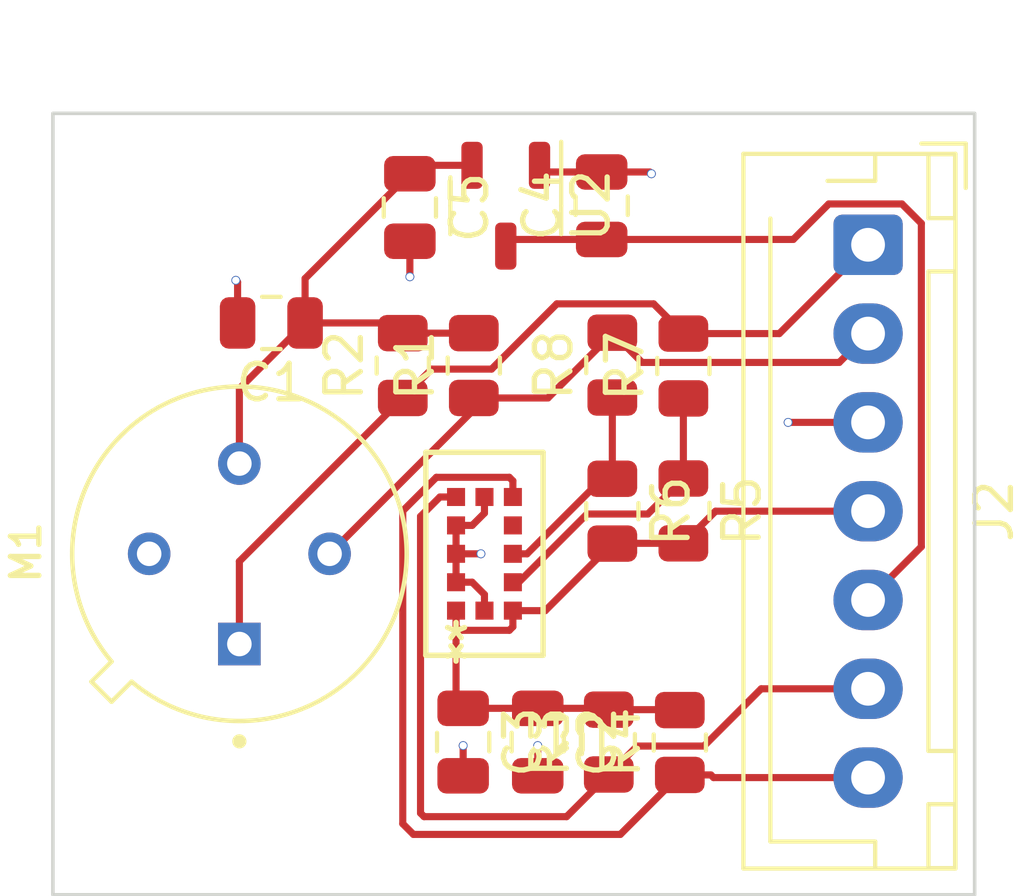
<source format=kicad_pcb>
(kicad_pcb (version 20221018) (generator pcbnew)
  (title_block (title "PCB_Ewine_Capteurs") (date "2023-04-21") (company "Ewie"))
  (layers (0 "F.Cu" signal) (31 "B.Cu" signal) (34 "B.Paste" user) (35 "F.Paste" user) (36 "B.SilkS" user "B.Silkscreen") (37 "F.SilkS" user "F.Silkscreen") (38 "B.Mask" user) (39 "F.Mask" user) (44 "Edge.Cuts" user))
  (net 0 "")
  (net 1 "/SCL")
  (net 2 "/SDA")
  (net 3 "/3.6V")
  (net 4 "/GND")
  (net 5 "/3.3V")
  (net 6 "/GND_VL")
  (net 7 "/XSHUT")
  (net 8 "/GPIO_IRQ")
  (net 10 "/SDA_VL")
  (net 11 "/SCL_VL")
  (net 12 "/5V")
  (footprint "Capacitor_SMD:C_0805_2012Metric" (layer "F.Cu") (at 141.3 51.7 -90)
    (fp_text reference "C3" (at 0 -1.68 90) (layer "F.SilkS"))
    (fp_text value "100nF")
    (fp_line (start -0.261252 -0.735) (end 0.261252 -0.735) (stroke (width 0.12)) (layer "F.SilkS"))
    (fp_line (start -0.261252 0.735) (end 0.261252 0.735) (stroke (width 0.12)) (layer "F.SilkS"))
    (pad "1" smd roundrect (at -0.95 0 270) (size 1 1.45) (layers "F.Cu" "F.Paste" "F.Mask") (net 5 "/3.3V"))
    (pad "2" smd roundrect (at 0.95 0 270) (size 1 1.45) (layers "F.Cu" "F.Paste" "F.Mask") (net 6 "/GND_VL"))
  )
  (footprint "Resistor_SMD:R_0805_2012Metric" (layer "F.Cu") (at 139.6 41.1 90)
    (fp_text reference "R2" (at 0 -1.65 90) (layer "F.SilkS"))
    (fp_text value "4.7K")
    (fp_line (start -0.227064 -0.735) (end 0.227064 -0.735) (stroke (width 0.12)) (layer "F.SilkS"))
    (fp_line (start -0.227064 0.735) (end 0.227064 0.735) (stroke (width 0.12)) (layer "F.SilkS"))
    (pad "1" smd roundrect (at -0.9125 0 90) (size 1.025 1.4) (layers "F.Cu" "F.Paste" "F.Mask") (roundrect_rratio 0.243902) (net 1 "/SCL"))
    (pad "2" smd roundrect (at 0.9125 0 90) (size 1.025 1.4) (layers "F.Cu" "F.Paste" "F.Mask") (roundrect_rratio 0.243902) (net 3 "/3.6V"))
  )
  (footprint "Connector_JST:JST_XH_B7B-XH-AM_1x07_P2.50mm_Vertical" (layer "F.Cu") (at 152.7 37.7 -90)
    (fp_text reference "J2" (at 7.5 -3.55 90) (layer "F.SilkS"))
    (fp_text value "Conn_2Rows-07Pins")
    (fp_line (start -2.85 -2.75) (end -2.85 -1.5) (stroke (width 0.12)) (layer "F.SilkS"))
    (fp_line (start -2.56 -2.46) (end -2.56 3.51) (stroke (width 0.12)) (layer "F.SilkS"))
    (fp_line (start -2.56 3.51) (end 17.56 3.51) (stroke (width 0.12)) (layer "F.SilkS"))
    (fp_line (start -2.55 -2.45) (end -2.55 -1.7) (stroke (width 0.12)) (layer "F.SilkS"))
    (fp_line (start -2.55 -1.7) (end -0.75 -1.7) (stroke (width 0.12)) (layer "F.SilkS"))
    (fp_line (start -2.55 -0.2) (end -1.8 -0.2) (stroke (width 0.12)) (layer "F.SilkS"))
    (fp_line (start -1.8 -0.2) (end -1.8 1.14) (stroke (width 0.12)) (layer "F.SilkS"))
    (fp_line (start -1.6 -2.75) (end -2.85 -2.75) (stroke (width 0.12)) (layer "F.SilkS"))
    (fp_line (start -0.75 -2.45) (end -2.55 -2.45) (stroke (width 0.12)) (layer "F.SilkS"))
    (fp_line (start -0.75 -1.7) (end -0.75 -2.45) (stroke (width 0.12)) (layer "F.SilkS"))
    (fp_line (start 0.75 -2.45) (end 0.75 -1.7) (stroke (width 0.12)) (layer "F.SilkS"))
    (fp_line (start 0.75 -1.7) (end 14.25 -1.7) (stroke (width 0.12)) (layer "F.SilkS"))
    (fp_line (start 7.5 2.75) (end -0.74 2.75) (stroke (width 0.12)) (layer "F.SilkS"))
    (fp_line (start 14.25 -2.45) (end 0.75 -2.45) (stroke (width 0.12)) (layer "F.SilkS"))
    (fp_line (start 14.25 -1.7) (end 14.25 -2.45) (stroke (width 0.12)) (layer "F.SilkS"))
    (fp_line (start 15.75 -2.45) (end 15.75 -1.7) (stroke (width 0.12)) (layer "F.SilkS"))
    (fp_line (start 15.75 -1.7) (end 17.55 -1.7) (stroke (width 0.12)) (layer "F.SilkS"))
    (fp_line (start 16.8 -0.2) (end 16.8 2.75) (stroke (width 0.12)) (layer "F.SilkS"))
    (fp_line (start 16.8 2.75) (end 7.5 2.75) (stroke (width 0.12)) (layer "F.SilkS"))
    (fp_line (start 17.55 -2.45) (end 15.75 -2.45) (stroke (width 0.12)) (layer "F.SilkS"))
    (fp_line (start 17.55 -1.7) (end 17.55 -2.45) (stroke (width 0.12)) (layer "F.SilkS"))
    (fp_line (start 17.55 -0.2) (end 16.8 -0.2) (stroke (width 0.12)) (layer "F.SilkS"))
    (fp_line (start 17.56 -2.46) (end -2.56 -2.46) (stroke (width 0.12)) (layer "F.SilkS"))
    (fp_line (start 17.56 3.51) (end 17.56 -2.46) (stroke (width 0.12)) (layer "F.SilkS"))
    (pad "" np_thru_hole circle (at -1.6 2 270) (size 1.2 1.2) (drill 1.2) (layers "*.Cu" "*.Mask"))
    (pad "1" thru_hole roundrect (at 0 0 270) (size 1.7 1.95) (drill 0.95) (layers "*.Cu" "*.Mask") (roundrect_rratio 0.147059) (net 1 "/SCL"))
    (pad "2" thru_hole oval (at 2.5 0 270) (size 1.7 1.95) (drill 0.95) (layers "*.Cu" "*.Mask") (net 2 "/SDA"))
    (pad "3" thru_hole oval (at 5 0 270) (size 1.7 1.95) (drill 0.95) (layers "*.Cu" "*.Mask") (net 4 "/GND"))
    (pad "4" thru_hole oval (at 7.5 0 270) (size 1.7 1.95) (drill 0.95) (layers "*.Cu" "*.Mask") (net 5 "/3.3V"))
    (pad "5" thru_hole oval (at 10 0 270) (size 1.7 1.95) (drill 0.95) (layers "*.Cu" "*.Mask") (net 12 "/5V"))
    (pad "6" thru_hole oval (at 12.5 0 270) (size 1.7 1.95) (drill 0.95) (layers "*.Cu" "*.Mask") (net 7 "/XSHUT"))
    (pad "7" thru_hole oval (at 15 0 270) (size 1.7 1.95) (drill 0.95) (layers "*.Cu" "*.Mask") (net 8 "/GPIO_IRQ"))
  )
  (footprint "Resistor_SMD:R_0805_2012Metric" (layer "F.Cu") (at 145.5 41.0875 90)
    (fp_text reference "R8" (at 0 -1.65 90) (layer "F.SilkS"))
    (fp_text value "4.7K")
    (fp_line (start -0.227064 -0.735) (end 0.227064 -0.735) (stroke (width 0.12)) (layer "F.SilkS"))
    (fp_line (start -0.227064 0.735) (end 0.227064 0.735) (stroke (width 0.12)) (layer "F.SilkS"))
    (pad "1" smd roundrect (at -0.9125 0 90) (size 1.025 1.4) (layers "F.Cu" "F.Paste" "F.Mask") (roundrect_rratio 0.243902) (net 10 "/SDA_VL"))
    (pad "2" smd roundrect (at 0.9125 0 90) (size 1.025 1.4) (layers "F.Cu" "F.Paste" "F.Mask") (roundrect_rratio 0.243902) (net 2 "/SDA"))
  )
  (footprint "Capacitor_SMD:C_0805_2012Metric" (layer "F.Cu") (at 145.2 36.6 90)
    (fp_text reference "C4" (at 0 -1.68 90) (layer "F.SilkS"))
    (fp_text value "10µF")
    (fp_line (start -0.261252 -0.735) (end 0.261252 -0.735) (stroke (width 0.12)) (layer "F.SilkS"))
    (fp_line (start -0.261252 0.735) (end 0.261252 0.735) (stroke (width 0.12)) (layer "F.SilkS"))
    (pad "1" smd roundrect (at -0.95 0 90) (size 1 1.45) (layers "F.Cu" "F.Paste" "F.Mask") (net 12 "/5V"))
    (pad "2" smd roundrect (at 0.95 0 90) (size 1 1.45) (layers "F.Cu" "F.Paste" "F.Mask") (net 4 "/GND"))
  )
  (footprint "Resistor_SMD:R_0805_2012Metric" (layer "F.Cu") (at 147.5 45.192027 -90)
    (fp_text reference "R5" (at 0 -1.65 90) (layer "F.SilkS"))
    (fp_text value "4.7K")
    (fp_line (start -0.227064 -0.735) (end 0.227064 -0.735) (stroke (width 0.12)) (layer "F.SilkS"))
    (fp_line (start -0.227064 0.735) (end 0.227064 0.735) (stroke (width 0.12)) (layer "F.SilkS"))
    (pad "1" smd roundrect (at -0.9125 0 270) (size 1.025 1.4) (layers "F.Cu" "F.Paste" "F.Mask") (roundrect_rratio 0.243902) (net 11 "/SCL_VL"))
    (pad "2" smd roundrect (at 0.9125 0 270) (size 1.025 1.4) (layers "F.Cu" "F.Paste" "F.Mask") (roundrect_rratio 0.243902) (net 5 "/3.3V"))
  )
  (footprint "Library:TO254P942H425-4" (layer "F.Cu") (at 135 46.4 90)
    (fp_text reference "M1" (at 0.04 -6.008 90) (layer "F.SilkS") (effects (font (size 0.8 0.8))))
    (fp_text value "MLX90614ESF-AAA-000-TU")
    (fp_line (start -4.16486 -3.59917) (end -3.59917 -3.03349) (stroke (width 0.127)) (layer "F.SilkS"))
    (fp_line (start -3.59917 -4.16486) (end -4.16486 -3.59917) (stroke (width 0.127)) (layer "F.SilkS"))
    (fp_line (start -3.03349 -3.59917) (end -3.59917 -4.16486) (stroke (width 0.127)) (layer "F.SilkS"))
    (fp_arc (start -3.33047 3.33047) (mid -4.703039 0.20077) (end -3.599169 -3.03349) (stroke (width 0.127)) (layer "F.SilkS"))
    (fp_arc (start -3.03349 -3.59917) (mid 0.200776 -4.703171) (end 3.33047 -3.330471) (stroke (width 0.127)) (layer "F.SilkS"))
    (fp_arc (start 3.33047 -3.33047) (mid 4.709996 0) (end 3.33047 3.33047) (stroke (width 0.127)) (layer "F.SilkS"))
    (fp_arc (start 3.33047 3.33047) (mid 0 4.709996) (end -3.33047 3.33047) (stroke (width 0.127)) (layer "F.SilkS"))
    (fp_circle (center -5.28 0) (end -5.18 0) (stroke (width 0.2)) (fill none) (layer "F.SilkS"))
    (pad "1" thru_hole rect (at -2.54 0 90) (size 1.198 1.198) (drill 0.69) (layers "*.Cu" "*.Mask") (net 1 "/SCL"))
    (pad "2" thru_hole circle (at 0 2.54 90) (size 1.198 1.198) (drill 0.69) (layers "*.Cu" "*.Mask") (net 2 "/SDA"))
    (pad "3" thru_hole circle (at 2.54 0 90) (size 1.198 1.198) (drill 0.69) (layers "*.Cu" "*.Mask") (net 3 "/3.6V"))
    (pad "4" thru_hole circle (at 0 -2.54 90) (size 1.198 1.198) (drill 0.69) (layers "*.Cu" "*.Mask") (net 4 "/GND"))
  )
  (footprint "Package_TO_SOT_SMD:SOT-23-3" (layer "F.Cu") (at 142.5 36.6 -90)
    (fp_text reference "U2" (at 0 -2.4 90) (layer "F.SilkS"))
    (fp_text value "XC6206PxxxMR")
    (fp_line (start 0 -1.56) (end -1.8 -1.56) (stroke (width 0.12)) (layer "F.SilkS"))
    (fp_line (start 0 -1.56) (end 0.8 -1.56) (stroke (width 0.12)) (layer "F.SilkS"))
    (fp_line (start 0 1.56) (end -0.8 1.56) (stroke (width 0.12)) (layer "F.SilkS"))
    (fp_line (start 0 1.56) (end 0.8 1.56) (stroke (width 0.12)) (layer "F.SilkS"))
    (pad "1" smd roundrect (at -1.1375 -0.95 270) (size 1.325 0.6) (layers "F.Cu" "F.Paste" "F.Mask") (net 4 "/GND"))
    (pad "2" smd roundrect (at -1.1375 0.95 270) (size 1.325 0.6) (layers "F.Cu" "F.Paste" "F.Mask") (net 3 "/3.6V"))
    (pad "3" smd roundrect (at 1.1375 0 270) (size 1.325 0.6) (layers "F.Cu" "F.Paste" "F.Mask") (net 12 "/5V"))
  )
  (footprint "Resistor_SMD:R_0805_2012Metric" (layer "F.Cu") (at 147.5 41.1125 90)
    (fp_text reference "R7" (at 0 -1.65 90) (layer "F.SilkS"))
    (fp_text value "4.7K")
    (fp_line (start -0.227064 -0.735) (end 0.227064 -0.735) (stroke (width 0.12)) (layer "F.SilkS"))
    (fp_line (start -0.227064 0.735) (end 0.227064 0.735) (stroke (width 0.12)) (layer "F.SilkS"))
    (pad "1" smd roundrect (at -0.9125 0 90) (size 1.025 1.4) (layers "F.Cu" "F.Paste" "F.Mask") (roundrect_rratio 0.243902) (net 11 "/SCL_VL"))
    (pad "2" smd roundrect (at 0.9125 0 90) (size 1.025 1.4) (layers "F.Cu" "F.Paste" "F.Mask") (roundrect_rratio 0.243902) (net 1 "/SCL"))
  )
  (footprint "Resistor_SMD:R_0805_2012Metric" (layer "F.Cu") (at 141.6 41.1 90)
    (fp_text reference "R1" (at 0 -1.65 90) (layer "F.SilkS"))
    (fp_text value "4.7K")
    (fp_line (start -0.227064 -0.735) (end 0.227064 -0.735) (stroke (width 0.12)) (layer "F.SilkS"))
    (fp_line (start -0.227064 0.735) (end 0.227064 0.735) (stroke (width 0.12)) (layer "F.SilkS"))
    (pad "1" smd roundrect (at -0.9125 0 90) (size 1.025 1.4) (layers "F.Cu" "F.Paste" "F.Mask") (roundrect_rratio 0.243902) (net 2 "/SDA"))
    (pad "2" smd roundrect (at 0.9125 0 90) (size 1.025 1.4) (layers "F.Cu" "F.Paste" "F.Mask") (roundrect_rratio 0.243902) (net 3 "/3.6V"))
  )
  (footprint "Resistor_SMD:R_0805_2012Metric" (layer "F.Cu") (at 145.4 51.7 90)
    (fp_text reference "R3" (at 0 -1.65 90) (layer "F.SilkS"))
    (fp_text value "4.7K")
    (fp_line (start -0.227064 -0.735) (end 0.227064 -0.735) (stroke (width 0.12)) (layer "F.SilkS"))
    (fp_line (start -0.227064 0.735) (end 0.227064 0.735) (stroke (width 0.12)) (layer "F.SilkS"))
    (pad "1" smd roundrect (at -0.9125 0 90) (size 1.025 1.4) (layers "F.Cu" "F.Paste" "F.Mask") (roundrect_rratio 0.243902) (net 7 "/XSHUT"))
    (pad "2" smd roundrect (at 0.9125 0 90) (size 1.025 1.4) (layers "F.Cu" "F.Paste" "F.Mask") (roundrect_rratio 0.243902) (net 5 "/3.3V"))
  )
  (footprint "Resistor_SMD:R_0805_2012Metric" (layer "F.Cu") (at 145.5 45.2 -90)
    (fp_text reference "R6" (at 0 -1.65 90) (layer "F.SilkS"))
    (fp_text value "4.7K")
    (fp_line (start -0.227064 -0.735) (end 0.227064 -0.735) (stroke (width 0.12)) (layer "F.SilkS"))
    (fp_line (start -0.227064 0.735) (end 0.227064 0.735) (stroke (width 0.12)) (layer "F.SilkS"))
    (pad "1" smd roundrect (at -0.9125 0 270) (size 1.025 1.4) (layers "F.Cu" "F.Paste" "F.Mask") (roundrect_rratio 0.243902) (net 10 "/SDA_VL"))
    (pad "2" smd roundrect (at 0.9125 0 270) (size 1.025 1.4) (layers "F.Cu" "F.Paste" "F.Mask") (roundrect_rratio 0.243902) (net 5 "/3.3V"))
  )
  (footprint "Capacitor_SMD:C_0805_2012Metric" (layer "F.Cu") (at 135.9 39.9 180)
    (fp_text reference "C1" (at 0 -1.68) (layer "F.SilkS"))
    (fp_text value "0.1µF")
    (fp_line (start -0.261252 -0.735) (end 0.261252 -0.735) (stroke (width 0.12)) (layer "F.SilkS"))
    (fp_line (start -0.261252 0.735) (end 0.261252 0.735) (stroke (width 0.12)) (layer "F.SilkS"))
    (pad "1" smd roundrect (at -0.95 0 180) (size 1 1.45) (layers "F.Cu" "F.Paste" "F.Mask") (net 3 "/3.6V"))
    (pad "2" smd roundrect (at 0.95 0 180) (size 1 1.45) (layers "F.Cu" "F.Paste" "F.Mask") (net 4 "/GND"))
  )
  (footprint "Capacitor_SMD:C_0805_2012Metric" (layer "F.Cu") (at 143.4 51.7 -90)
    (fp_text reference "C2" (at 0 -1.68 90) (layer "F.SilkS"))
    (fp_text value "4.7µF")
    (fp_line (start -0.261252 -0.735) (end 0.261252 -0.735) (stroke (width 0.12)) (layer "F.SilkS"))
    (fp_line (start -0.261252 0.735) (end 0.261252 0.735) (stroke (width 0.12)) (layer "F.SilkS"))
    (pad "1" smd roundrect (at -0.95 0 270) (size 1 1.45) (layers "F.Cu" "F.Paste" "F.Mask") (net 5 "/3.3V"))
    (pad "2" smd roundrect (at 0.95 0 270) (size 1 1.45) (layers "F.Cu" "F.Paste" "F.Mask") (net 6 "/GND_VL"))
  )
  (footprint "Library:LGA12_STM" (layer "F.Cu") (at 141.9 46.4 180)
    (fp_text reference "U1" (at -2.54 -5.08 180 unlocked) (layer "F.SilkS"))
    (fp_text value "VL53L3CXV0DH/1")
    (fp_text user "*" (at 0.799973 -2.4765 180 unlocked) (layer "F.SilkS"))
    (fp_text user "*" (at 0.799973 -2.4765 180) (layer "F.SilkS"))
    (fp_line (start -1.651 -2.8575) (end -1.651 2.8575) (stroke (width 0.1524)) (layer "F.SilkS"))
    (fp_line (start -1.651 2.8575) (end 1.651 2.8575) (stroke (width 0.1524)) (layer "F.SilkS"))
    (fp_line (start 1.651 -2.8575) (end -1.651 -2.8575) (stroke (width 0.1524)) (layer "F.SilkS"))
    (fp_line (start 1.651 2.8575) (end 1.651 -2.8575) (stroke (width 0.1524)) (layer "F.SilkS"))
    (pad "1" smd rect (at 0.799973 -1.599999 270) (size 0.508 0.508) (layers "F.Cu" "F.Paste" "F.Mask") (net 5 "/3.3V"))
    (pad "2" smd rect (at 0.799973 -0.800001 270) (size 0.508 0.508) (layers "F.Cu" "F.Paste" "F.Mask") (net 6 "/GND_VL"))
    (pad "3" smd rect (at 0.799973 0 270) (size 0.508 0.508) (layers "F.Cu" "F.Paste" "F.Mask") (net 6 "/GND_VL"))
    (pad "4" smd rect (at 0.799973 0.800001 270) (size 0.508 0.508) (layers "F.Cu" "F.Paste" "F.Mask") (net 6 "/GND_VL"))
    (pad "5" smd rect (at 0.799973 1.599999 270) (size 0.508 0.508) (layers "F.Cu" "F.Paste" "F.Mask") (net 7 "/XSHUT"))
    (pad "6" smd rect (at 0 1.599946 180) (size 0.508 0.508) (layers "F.Cu" "F.Paste" "F.Mask") (net 6 "/GND_VL"))
    (pad "7" smd rect (at -0.799973 1.599999 270) (size 0.508 0.508) (layers "F.Cu" "F.Paste" "F.Mask") (net 8 "/GPIO_IRQ"))
    (pad "8" smd rect (at -0.799973 0.800001 270) (size 0.508 0.508) (layers "F.Cu" "F.Paste" "F.Mask"))
    (pad "9" smd rect (at -0.799973 0 270) (size 0.508 0.508) (layers "F.Cu" "F.Paste" "F.Mask") (net 10 "/SDA_VL"))
    (pad "10" smd rect (at -0.799973 -0.800001 270) (size 0.508 0.508) (layers "F.Cu" "F.Paste" "F.Mask") (net 11 "/SCL_VL"))
    (pad "11" smd rect (at -0.799973 -1.599999 270) (size 0.508 0.508) (layers "F.Cu" "F.Paste" "F.Mask") (net 5 "/3.3V"))
    (pad "12" smd rect (at 0 -1.599946 180) (size 0.508 0.508) (layers "F.Cu" "F.Paste" "F.Mask") (net 6 "/GND_VL"))
  )
  (footprint "Resistor_SMD:R_0805_2012Metric" (layer "F.Cu") (at 147.4 51.7125 90)
    (fp_text reference "R4" (at 0 -1.65 90) (layer "F.SilkS"))
    (fp_text value "4.7K")
    (fp_line (start -0.227064 -0.735) (end 0.227064 -0.735) (stroke (width 0.12)) (layer "F.SilkS"))
    (fp_line (start -0.227064 0.735) (end 0.227064 0.735) (stroke (width 0.12)) (layer "F.SilkS"))
    (pad "1" smd roundrect (at -0.9125 0 90) (size 1.025 1.4) (layers "F.Cu" "F.Paste" "F.Mask") (roundrect_rratio 0.243902) (net 8 "/GPIO_IRQ"))
    (pad "2" smd roundrect (at 0.9125 0 90) (size 1.025 1.4) (layers "F.Cu" "F.Paste" "F.Mask") (roundrect_rratio 0.243902) (net 5 "/3.3V"))
  )
  (footprint "Capacitor_SMD:C_0805_2012Metric" (layer "F.Cu") (at 139.8 36.65 -90)
    (fp_text reference "C5" (at 0 -1.68 90) (layer "F.SilkS"))
    (fp_text value "10µF")
    (fp_line (start -0.261252 -0.735) (end 0.261252 -0.735) (stroke (width 0.12)) (layer "F.SilkS"))
    (fp_line (start -0.261252 0.735) (end 0.261252 0.735) (stroke (width 0.12)) (layer "F.SilkS"))
    (pad "1" smd roundrect (at -0.95 0 270) (size 1 1.45) (layers "F.Cu" "F.Paste" "F.Mask") (net 3 "/3.6V"))
    (pad "2" smd roundrect (at 0.95 0 270) (size 1 1.45) (layers "F.Cu" "F.Paste" "F.Mask") (net 4 "/GND"))
  )
  (gr_rect (start 129.75 34) (end 155.7 56) (stroke (width 0.1)) (fill none) (layer "Edge.Cuts"))
  (segment (start 135 46.6125) (end 135 48.94) (width 0.2) (layer "F.Cu") (net 1))
  (segment (start 147.2 39.9) (end 146.9 39.9) (width 0.2) (layer "F.Cu") (net 1))
  (segment (start 146.6625 39.3625) (end 143.9375 39.3625) (width 0.2) (layer "F.Cu") (net 1))
  (segment (start 150.2 40.2) (end 147.5 40.2) (width 0.2) (layer "F.Cu") (net 1))
  (segment (start 147.5 40.2) (end 146.6625 39.3625) (width 0.2) (layer "F.Cu") (net 1))
  (segment (start 142.1 41.2) (end 140.4125 41.2) (width 0.2) (layer "F.Cu") (net 1))
  (segment (start 147.5 40.2) (end 147.2 39.9) (width 0.2) (layer "F.Cu") (net 1))
  (segment (start 140.4125 41.2) (end 139.6 42.0125) (width 0.2) (layer "F.Cu") (net 1))
  (segment (start 143.9375 39.3625) (end 142.1 41.2) (width 0.2) (layer "F.Cu") (net 1))
  (segment (start 152.7 37.7) (end 150.2 40.2) (width 0.2) (layer "F.Cu") (net 1))
  (segment (start 139.6 42.0125) (end 135 46.6125) (width 0.2) (layer "F.Cu") (net 1))
  (segment (start 141.6125 42) (end 141.6 42.0125) (width 0.2) (layer "F.Cu") (net 2))
  (segment (start 141.6 42.0125) (end 141.6 42.34) (width 0.2) (layer "F.Cu") (net 2))
  (segment (start 151.8875 41.0125) (end 146.3375 41.0125) (width 0.2) (layer "F.Cu") (net 2))
  (segment (start 141.6 42.34) (end 137.54 46.4) (width 0.2) (layer "F.Cu") (net 2))
  (segment (start 143.6875 42.0125) (end 141.6 42.0125) (width 0.2) (layer "F.Cu") (net 2))
  (segment (start 145.5 40.175) (end 145.5 40.2) (width 0.2) (layer "F.Cu") (net 2))
  (segment (start 152.7 40.2) (end 151.8875 41.0125) (width 0.2) (layer "F.Cu") (net 2))
  (segment (start 145.5 40.2) (end 143.6875 42.0125) (width 0.2) (layer "F.Cu") (net 2))
  (segment (start 146.3375 41.0125) (end 145.5 40.175) (width 0.2) (layer "F.Cu") (net 2))
  (segment (start 139.3125 39.9) (end 139.6 40.1875) (width 0.2) (layer "F.Cu") (net 3))
  (segment (start 135 41.75) (end 135 43.86) (width 0.2) (layer "F.Cu") (net 3))
  (segment (start 136.85 39.9) (end 135 41.75) (width 0.2) (layer "F.Cu") (net 3))
  (segment (start 139.6 40.1875) (end 141.6 40.1875) (width 0.2) (layer "F.Cu") (net 3))
  (segment (start 141.55 35.4625) (end 140.0375 35.4625) (width 0.2) (layer "F.Cu") (net 3))
  (segment (start 139.8 35.7) (end 136.85 38.65) (width 0.2) (layer "F.Cu") (net 3))
  (segment (start 136.85 39.9) (end 139.3125 39.9) (width 0.2) (layer "F.Cu") (net 3))
  (segment (start 136.85 38.65) (end 136.85 39.9) (width 0.2) (layer "F.Cu") (net 3))
  (segment (start 140.0375 35.4625) (end 139.8 35.7) (width 0.2) (layer "F.Cu") (net 3))
  (segment (start 134.95 39.9) (end 134.95 38.75) (width 0.2) (layer "F.Cu") (net 4))
  (segment (start 145.2 35.65) (end 146.55 35.65) (width 0.2) (layer "F.Cu") (net 4))
  (segment (start 139.8 37.6) (end 139.8 38.6) (width 0.2) (layer "F.Cu") (net 4))
  (segment (start 146.55 35.65) (end 146.6 35.7) (width 0.2) (layer "F.Cu") (net 4))
  (segment (start 134.95 38.75) (end 134.9 38.7) (width 0.2) (layer "F.Cu") (net 4))
  (segment (start 145.2 35.65) (end 143.6375 35.65) (width 0.2) (layer "F.Cu") (net 4))
  (segment (start 152.7 42.7) (end 150.449503 42.7) (width 0.2) (layer "F.Cu") (net 4))
  (segment (start 143.6375 35.65) (end 143.45 35.4625) (width 0.2) (layer "F.Cu") (net 4))
  (via (at 150.449503 42.7) (size 0.25) (drill 0.2) (layers "F.Cu" "B.Cu") (net 4))
  (via (at 139.8 38.6) (size 0.25) (drill 0.2) (layers "F.Cu" "B.Cu") (net 4))
  (via (at 146.6 35.7) (size 0.25) (drill 0.2) (layers "F.Cu" "B.Cu") (net 4))
  (via (at 134.9 38.7) (size 0.25) (drill 0.2) (layers "F.Cu" "B.Cu") (net 4))
  (segment (start 143.4 50.75) (end 141.3 50.75) (width 0.2) (layer "F.Cu") (net 5))
  (segment (start 141.100027 48.453999) (end 141.199974 48.553946) (width 0.2) (layer "F.Cu") (net 5))
  (segment (start 147.3 50.7) (end 147.4 50.8) (width 0.2) (layer "F.Cu") (net 5))
  (segment (start 142.600026 48.553946) (end 142.699973 48.453999) (width 0.2) (layer "F.Cu") (net 5))
  (segment (start 141.199974 48.553946) (end 142.600026 48.553946) (width 0.2) (layer "F.Cu") (net 5))
  (segment (start 145.3625 50.75) (end 143.4 50.75) (width 0.2) (layer "F.Cu") (net 5))
  (segment (start 141.100027 50.550027) (end 141.100027 47.999999) (width 0.2) (layer "F.Cu") (net 5))
  (segment (start 147.5 46.104527) (end 145.507973 46.104527) (width 0.2) (layer "F.Cu") (net 5))
  (segment (start 142.699973 47.999999) (end 143.612501 47.999999) (width 0.2) (layer "F.Cu") (net 5))
  (segment (start 147.3875 50.7875) (end 145.4 50.7875) (width 0.2) (layer "F.Cu") (net 5))
  (segment (start 145.4 50.7875) (end 145.3625 50.75) (width 0.2) (layer "F.Cu") (net 5))
  (segment (start 152.7 45.2) (end 148.404527 45.2) (width 0.2) (layer "F.Cu") (net 5))
  (segment (start 148.404527 45.2) (end 147.5 46.104527) (width 0.2) (layer "F.Cu") (net 5))
  (segment (start 147.5 46.104527) (end 147.6 46.104527) (width 0.8) (layer "F.Cu") (net 5))
  (segment (start 143.4375 50.7875) (end 143.4 50.75) (width 0.2) (layer "F.Cu") (net 5))
  (segment (start 147.4 50.8) (end 147.3875 50.7875) (width 0.2) (layer "F.Cu") (net 5))
  (segment (start 142.699973 48.453999) (end 142.699973 47.999999) (width 0.2) (layer "F.Cu") (net 5))
  (segment (start 141.3 50.75) (end 141.100027 50.550027) (width 0.2) (layer "F.Cu") (net 5))
  (segment (start 147.5125 46.117027) (end 147.5 46.104527) (width 0.2) (layer "F.Cu") (net 5))
  (segment (start 145.507973 46.104527) (end 145.5 46.1125) (width 0.2) (layer "F.Cu") (net 5))
  (segment (start 145.4125 50.8) (end 145.4 50.7875) (width 0.2) (layer "F.Cu") (net 5))
  (segment (start 143.612501 47.999999) (end 145.5 46.1125) (width 0.2) (layer "F.Cu") (net 5))
  (segment (start 141.100027 47.999999) (end 141.100027 48.453999) (width 0.2) (layer "F.Cu") (net 5))
  (segment (start 145.589582 46.1125) (end 145.5 46.1125) (width 0.8) (layer "F.Cu") (net 5))
  (segment (start 141.554055 45.599999) (end 141.100027 45.599999) (width 0.2) (layer "F.Cu") (net 6))
  (segment (start 141.9 44.800054) (end 141.9 45.254054) (width 0.2) (layer "F.Cu") (net 6))
  (segment (start 141.100027 46.4) (end 141.8 46.4) (width 0.2) (layer "F.Cu") (net 6))
  (segment (start 141.554055 47.200001) (end 141.9 47.545946) (width 0.2) (layer "F.Cu") (net 6))
  (segment (start 141.100027 45.599999) (end 141.100027 46.4) (width 0.2) (layer "F.Cu") (net 6))
  (segment (start 141.100027 47.200001) (end 141.554055 47.200001) (width 0.2) (layer "F.Cu") (net 6))
  (segment (start 143.4 52.65) (end 143.4 51.8) (width 0.2) (layer "F.Cu") (net 6))
  (segment (start 141.9 45.254054) (end 141.554055 45.599999) (width 0.2) (layer "F.Cu") (net 6))
  (segment (start 141.100027 46.4) (end 141.100027 47.200001) (width 0.2) (layer "F.Cu") (net 6))
  (segment (start 141.3 52.65) (end 141.3 51.8) (width 0.2) (layer "F.Cu") (net 6))
  (segment (start 141.9 47.545946) (end 141.9 47.999946) (width 0.2) (layer "F.Cu") (net 6))
  (via (at 141.8 46.4) (size 0.25) (drill 0.2) (layers "F.Cu" "B.Cu") (net 6))
  (via (at 141.3 51.8) (size 0.25) (drill 0.2) (layers "F.Cu" "B.Cu") (net 6))
  (via (at 143.4 51.8) (size 0.25) (drill 0.2) (layers "F.Cu" "B.Cu") (net 6))
  (segment (start 144.2125 53.8) (end 140.2 53.8) (width 0.2) (layer "F.Cu") (net 7))
  (segment (start 149.690317 50.2) (end 148.077817 51.8125) (width 0.2) (layer "F.Cu") (net 7))
  (segment (start 140.2 53.8) (end 140.1 53.7) (width 0.2) (layer "F.Cu") (net 7))
  (segment (start 140.646027 44.800001) (end 141.100027 44.800001) (width 0.2) (layer "F.Cu") (net 7))
  (segment (start 140.1 45.346028) (end 140.646027 44.800001) (width 0.2) (layer "F.Cu") (net 7))
  (segment (start 145.4 52.6125) (end 144.2125 53.8) (width 0.2) (layer "F.Cu") (net 7))
  (segment (start 146.2 51.8125) (end 145.4 52.6125) (width 0.2) (layer "F.Cu") (net 7))
  (segment (start 152.7 50.2) (end 149.690317 50.2) (width 0.2) (layer "F.Cu") (net 7))
  (segment (start 148.077817 51.8125) (end 146.2 51.8125) (width 0.2) (layer "F.Cu") (net 7))
  (segment (start 140.1 53.7) (end 140.1 45.346028) (width 0.2) (layer "F.Cu") (net 7))
  (segment (start 145.725 54.3) (end 139.9 54.3) (width 0.2) (layer "F.Cu") (net 8))
  (segment (start 142.600026 44.246054) (end 142.699973 44.346001) (width 0.2) (layer "F.Cu") (net 8))
  (segment (start 148.35 52.7) (end 148.275 52.625) (width 0.2) (layer "F.Cu") (net 8))
  (segment (start 142.699973 44.346001) (end 142.699973 44.800001) (width 0.2) (layer "F.Cu") (net 8))
  (segment (start 147.4 52.625) (end 145.725 54.3) (width 0.2) (layer "F.Cu") (net 8))
  (segment (start 140.545974 44.246054) (end 142.600026 44.246054) (width 0.2) (layer "F.Cu") (net 8))
  (segment (start 139.9 54.3) (end 139.6 54) (width 0.2) (layer "F.Cu") (net 8))
  (segment (start 139.6 54) (end 139.6 45.192028) (width 0.2) (layer "F.Cu") (net 8))
  (segment (start 152.7 52.7) (end 148.35 52.7) (width 0.2) (layer "F.Cu") (net 8))
  (segment (start 139.6 45.192028) (end 140.545974 44.246054) (width 0.2) (layer "F.Cu") (net 8))
  (segment (start 148.275 52.625) (end 147.4 52.625) (width 0.2) (layer "F.Cu") (net 8))
  (segment (start 143.1 46.4) (end 142.699973 46.4) (width 0.2) (layer "F.Cu") (net 10))
  (segment (start 145.5 42) (end 145.5 44.2875) (width 0.2) (layer "F.Cu") (net 10))
  (segment (start 145.2125 44.2875) (end 143.1 46.4) (width 0.2) (layer "F.Cu") (net 10))
  (segment (start 145.5 44.2875) (end 145.2125 44.2875) (width 0.2) (layer "F.Cu") (net 10))
  (segment (start 147.5 42.025) (end 147.5 44.279527) (width 0.2) (layer "F.Cu") (net 11))
  (segment (start 142.865685 47.200001) (end 142.699973 47.200001) (width 0.2) (layer "F.Cu") (net 11))
  (segment (start 147.5 44.279527) (end 147.5 44.5) (width 0.2) (layer "F.Cu") (net 11))
  (segment (start 146.5 45.279527) (end 144.786159 45.279527) (width 0.2) (layer "F.Cu") (net 11))
  (segment (start 144.786159 45.279527) (end 142.865685 47.200001) (width 0.2) (layer "F.Cu") (net 11))
  (segment (start 147.5 44.279527) (end 146.5 45.279527) (width 0.2) (layer "F.Cu") (net 11))
  (segment (start 153.652817 36.55) (end 154.2 37.097183) (width 0.2) (layer "F.Cu") (net 12))
  (segment (start 151.593503 36.55) (end 153.652817 36.55) (width 0.2) (layer "F.Cu") (net 12))
  (segment (start 154.2 46.2) (end 152.7 47.7) (width 0.2) (layer "F.Cu") (net 12))
  (segment (start 142.5 37.7375) (end 142.6875 37.55) (width 0.2) (layer "F.Cu") (net 12))
  (segment (start 150.593503 37.55) (end 151.593503 36.55) (width 0.2) (layer "F.Cu") (net 12))
  (segment (start 154.2 37.097183) (end 154.2 46.2) (width 0.2) (layer "F.Cu") (net 12))
  (segment (start 145.2 37.55) (end 150.593503 37.55) (width 0.2) (layer "F.Cu") (net 12))
  (segment (start 142.6875 37.55) (end 145.2 37.55) (width 0.2) (layer "F.Cu") (net 12))
)
</source>
